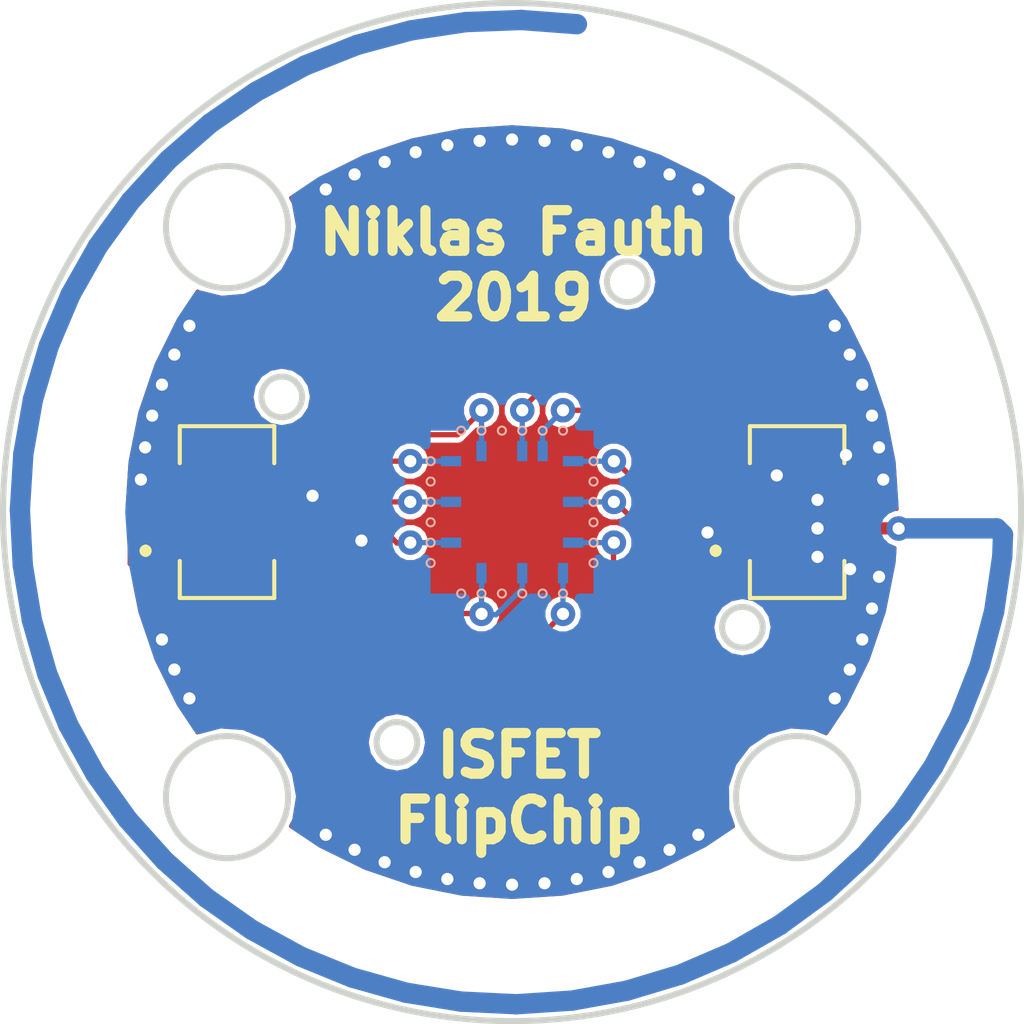
<source format=kicad_pcb>
(kicad_pcb (version 20171130) (host pcbnew 5.0.2-bee76a0~70~ubuntu18.04.1)

  (general
    (thickness 0.6)
    (drawings 19)
    (tracks 212)
    (zones 0)
    (modules 3)
    (nets 16)
  )

  (page A4)
  (layers
    (0 F.Cu signal)
    (31 B.Cu signal)
    (32 B.Adhes user)
    (33 F.Adhes user)
    (34 B.Paste user)
    (35 F.Paste user)
    (36 B.SilkS user)
    (37 F.SilkS user)
    (38 B.Mask user)
    (39 F.Mask user)
    (40 Dwgs.User user)
    (41 Cmts.User user hide)
    (42 Eco1.User user)
    (43 Eco2.User user)
    (44 Edge.Cuts user)
    (45 Margin user)
    (46 B.CrtYd user hide)
    (47 F.CrtYd user hide)
    (48 B.Fab user hide)
    (49 F.Fab user hide)
  )

  (setup
    (last_trace_width 0.13)
    (user_trace_width 0.089)
    (user_trace_width 0.1)
    (user_trace_width 0.2)
    (user_trace_width 0.3)
    (user_trace_width 0.5)
    (user_trace_width 0.8)
    (user_trace_width 1)
    (trace_clearance 0.13)
    (zone_clearance 0.1)
    (zone_45_only no)
    (trace_min 0.089)
    (segment_width 0.2)
    (edge_width 0.15)
    (via_size 0.6)
    (via_drill 0.3)
    (via_min_size 0.45)
    (via_min_drill 0.2)
    (uvia_size 0.3)
    (uvia_drill 0.1)
    (uvias_allowed no)
    (uvia_min_size 0.2)
    (uvia_min_drill 0.1)
    (pcb_text_width 0.3)
    (pcb_text_size 1.5 1.5)
    (mod_edge_width 0.15)
    (mod_text_size 0 0)
    (mod_text_width 0)
    (pad_size 1.3 1.3)
    (pad_drill 1.3)
    (pad_to_mask_clearance 0.051)
    (solder_mask_min_width 0.25)
    (aux_axis_origin 0 0)
    (visible_elements FFFFFF7F)
    (pcbplotparams
      (layerselection 0x018c0_ffffffff)
      (usegerberextensions true)
      (usegerberattributes false)
      (usegerberadvancedattributes false)
      (creategerberjobfile false)
      (excludeedgelayer true)
      (linewidth 0.100000)
      (plotframeref false)
      (viasonmask false)
      (mode 1)
      (useauxorigin false)
      (hpglpennumber 1)
      (hpglpenspeed 20)
      (hpglpendiameter 15.000000)
      (psnegative false)
      (psa4output false)
      (plotreference true)
      (plotvalue true)
      (plotinvisibletext false)
      (padsonsilk false)
      (subtractmaskfromsilk false)
      (outputformat 1)
      (mirror false)
      (drillshape 0)
      (scaleselection 1)
      (outputdirectory "gerber_implant_V1.1"))
  )

  (net 0 "")
  (net 1 GNDD)
  (net 2 REFFET1_D2)
  (net 3 REFFET1_D3)
  (net 4 REFFET1_D4)
  (net 5 ISFET1_D4)
  (net 6 ISFET1_D3)
  (net 7 ISFET1_D2)
  (net 8 ISFET1_D1)
  (net 9 ELEC1)
  (net 10 RF_ANT)
  (net 11 "Net-(J11-Pad7)")
  (net 12 "Net-(J11-Pad8)")
  (net 13 "Net-(J11-Pad1)")
  (net 14 "Net-(J11-Pad5)")
  (net 15 O2_ELEC1)

  (net_class Default "This is the default net class."
    (clearance 0.13)
    (trace_width 0.13)
    (via_dia 0.6)
    (via_drill 0.3)
    (uvia_dia 0.3)
    (uvia_drill 0.1)
    (add_net ELEC1)
    (add_net GNDD)
    (add_net ISFET1_D1)
    (add_net ISFET1_D2)
    (add_net ISFET1_D3)
    (add_net ISFET1_D4)
    (add_net "Net-(J11-Pad1)")
    (add_net "Net-(J11-Pad5)")
    (add_net "Net-(J11-Pad7)")
    (add_net "Net-(J11-Pad8)")
    (add_net O2_ELEC1)
    (add_net REFFET1_D2)
    (add_net REFFET1_D3)
    (add_net REFFET1_D4)
    (add_net RF_ANT)
  )

  (module Sensor_Voltage:ISFET_FC_MIN (layer F.Cu) (tedit 5D1CCC7A) (tstamp 5CE83D9A)
    (at 110 80)
    (fp_text reference REF** (at -1.9 1.7) (layer F.SilkS) hide
      (effects (font (size 1 1) (thickness 0.15)))
    )
    (fp_text value ISFET_FC_MIN (at -0.4 -3.5) (layer F.Fab)
      (effects (font (size 1 1) (thickness 0.15)))
    )
    (fp_circle (center -0.75 2) (end -0.65 2) (layer B.SilkS) (width 0.05))
    (fp_circle (center 0.25 -2) (end 0.35 -2) (layer B.SilkS) (width 0.05))
    (fp_circle (center -1.25 -2) (end -1.15 -2) (layer B.SilkS) (width 0.05))
    (fp_circle (center -0.75 -2) (end -0.65 -2) (layer B.SilkS) (width 0.05))
    (fp_circle (center -0.25 -2) (end -0.15 -2) (layer B.SilkS) (width 0.05))
    (fp_circle (center -2 -1.25) (end -1.9 -1.25) (layer B.SilkS) (width 0.05))
    (fp_circle (center -2 -0.75) (end -1.9 -0.75) (layer B.SilkS) (width 0.05))
    (fp_circle (center 1.25 -2) (end 1.35 -2) (layer B.SilkS) (width 0.05))
    (fp_circle (center 0.75 -2) (end 0.85 -2) (layer B.SilkS) (width 0.05))
    (fp_circle (center -1.25 2) (end -1.15 2) (layer B.SilkS) (width 0.05))
    (fp_circle (center 0.25 2) (end 0.35 2) (layer B.SilkS) (width 0.05))
    (fp_circle (center 2 -1.25) (end 2.1 -1.25) (layer B.SilkS) (width 0.05))
    (fp_circle (center 2 0.25) (end 2.1 0.25) (layer B.SilkS) (width 0.05))
    (fp_circle (center 2 0.75) (end 2.1 0.75) (layer B.SilkS) (width 0.05))
    (fp_circle (center -0.25 2) (end -0.15 2) (layer B.SilkS) (width 0.05))
    (fp_circle (center 1.25 2) (end 1.35 2) (layer B.SilkS) (width 0.05))
    (fp_circle (center 2 -0.75) (end 2.1 -0.75) (layer B.SilkS) (width 0.05))
    (fp_circle (center -2 0.25) (end -1.9 0.25) (layer B.SilkS) (width 0.05))
    (fp_circle (center -2 0.75) (end -1.9 0.75) (layer B.SilkS) (width 0.05))
    (fp_circle (center 2 1.25) (end 2.1 1.25) (layer B.SilkS) (width 0.05))
    (fp_circle (center 2 -0.25) (end 2.1 -0.25) (layer B.SilkS) (width 0.05))
    (fp_circle (center 0.75 2) (end 0.85 2) (layer B.SilkS) (width 0.05))
    (fp_circle (center -2 1.25) (end -1.9 1.25) (layer B.SilkS) (width 0.05))
    (fp_circle (center -2 -0.25) (end -1.9 -0.25) (layer B.SilkS) (width 0.05))
    (pad SUB smd rect (at -0.75 1.5 180) (size 0.25 0.5) (layers B.Cu B.Mask))
    (pad D4m smd rect (at -1.5 -1.25 90) (size 0.25 0.5) (layers B.Cu B.Mask)
      (net 4 REFFET1_D4))
    (pad D1i smd rect (at 1.25 1.5 180) (size 0.25 0.5) (layers B.Cu B.Mask)
      (net 8 ISFET1_D1))
    (pad S smd rect (at 0.25 1.5 180) (size 0.25 0.5) (layers B.Cu B.Mask))
    (pad D2m smd rect (at -1.5 0.75 90) (size 0.25 0.5) (layers B.Cu B.Mask)
      (net 2 REFFET1_D2))
    (pad D4i smd rect (at 1.5 -1.25 90) (size 0.25 0.5) (layers B.Cu B.Mask)
      (net 5 ISFET1_D4))
    (pad ELEC smd rect (at 0.25 -1.5 180) (size 0.25 0.5) (layers B.Cu B.Mask)
      (net 9 ELEC1))
    (pad O2 smd rect (at 0.75 -1.5 180) (size 0.25 0.5) (layers B.Cu B.Mask)
      (net 15 O2_ELEC1))
    (pad D3m smd rect (at -1.5 -0.25 90) (size 0.25 0.5) (layers B.Cu B.Mask)
      (net 3 REFFET1_D3))
    (pad G smd rect (at -0.75 -1.5 180) (size 0.25 0.5) (layers B.Cu B.Mask))
    (pad D2i smd rect (at 1.5 0.75 90) (size 0.25 0.5) (layers B.Cu B.Mask)
      (net 7 ISFET1_D2))
    (pad D3i smd rect (at 1.5 -0.25 90) (size 0.25 0.5) (layers B.Cu B.Mask)
      (net 6 ISFET1_D3))
  )

  (module "DF37NC-10DS-0.4V(51):DF37NC10DS04V51" (layer F.Cu) (tedit 5CF6BEF2) (tstamp 5CF16BCB)
    (at 103 80 270)
    (descr "DF37NC-10DS-0.4V(51)-2")
    (tags Connector)
    (path /5CE23AE6)
    (attr smd)
    (fp_text reference J12 (at 0 0.205 270) (layer F.SilkS) hide
      (effects (font (size 1.27 1.27) (thickness 0.254)))
    )
    (fp_text value Conn_02x05_Odd_Even_MountingPin (at 0 0.205 270) (layer F.SilkS) hide
      (effects (font (size 1.27 1.27) (thickness 0.254)))
    )
    (fp_arc (start 0.95 2) (end 0.9 2) (angle -180) (layer F.SilkS) (width 0.2))
    (fp_arc (start 0.95 2) (end 1 2) (angle -180) (layer F.SilkS) (width 0.2))
    (fp_line (start 0.9 2) (end 0.9 2) (layer F.SilkS) (width 0.2))
    (fp_line (start 1 2) (end 1 2) (layer F.SilkS) (width 0.2))
    (fp_line (start -2.11 1.16) (end -1.2 1.16) (layer F.SilkS) (width 0.1))
    (fp_line (start -2.11 -1.16) (end -2.11 1.16) (layer F.SilkS) (width 0.1))
    (fp_line (start -1.2 -1.16) (end -2.11 -1.16) (layer F.SilkS) (width 0.1))
    (fp_line (start 2.11 1.16) (end 1.2 1.16) (layer F.SilkS) (width 0.1))
    (fp_line (start 2.11 -1.16) (end 2.11 1.16) (layer F.SilkS) (width 0.1))
    (fp_line (start 1.2 -1.16) (end 2.11 -1.16) (layer F.SilkS) (width 0.1))
    (fp_line (start 3.11 3.05) (end 3.11 -2.64) (layer Dwgs.User) (width 0.1))
    (fp_line (start -3.11 3.05) (end 3.11 3.05) (layer Dwgs.User) (width 0.1))
    (fp_line (start -3.11 -2.64) (end -3.11 3.05) (layer Dwgs.User) (width 0.1))
    (fp_line (start 3.11 -2.64) (end -3.11 -2.64) (layer Dwgs.User) (width 0.1))
    (fp_line (start 2.11 1.16) (end 2.11 -1.16) (layer Dwgs.User) (width 0.2))
    (fp_line (start -2.11 1.16) (end 2.11 1.16) (layer Dwgs.User) (width 0.2))
    (fp_line (start -2.11 -1.16) (end -2.11 1.16) (layer Dwgs.User) (width 0.2))
    (fp_line (start 2.11 -1.16) (end -2.11 -1.16) (layer Dwgs.User) (width 0.2))
    (pad 10 smd rect (at -0.8 -1.325 270) (size 0.23 0.63) (layers F.Cu F.Paste F.Mask)
      (net 1 GNDD))
    (pad 9 smd rect (at -0.8 1.325 270) (size 0.23 0.63) (layers F.Cu F.Paste F.Mask))
    (pad 8 smd rect (at -0.4 -1.325 270) (size 0.23 0.63) (layers F.Cu F.Paste F.Mask)
      (net 2 REFFET1_D2))
    (pad 7 smd rect (at -0.4 1.325 270) (size 0.23 0.63) (layers F.Cu F.Paste F.Mask)
      (net 5 ISFET1_D4))
    (pad 6 smd rect (at 0 -1.325 270) (size 0.23 0.63) (layers F.Cu F.Paste F.Mask)
      (net 3 REFFET1_D3))
    (pad 5 smd rect (at 0 1.325 270) (size 0.23 0.63) (layers F.Cu F.Paste F.Mask)
      (net 6 ISFET1_D3))
    (pad 4 smd rect (at 0.4 -1.325 270) (size 0.23 0.63) (layers F.Cu F.Paste F.Mask)
      (net 4 REFFET1_D4))
    (pad 3 smd rect (at 0.4 1.325 270) (size 0.23 0.63) (layers F.Cu F.Paste F.Mask)
      (net 7 ISFET1_D2))
    (pad 2 smd rect (at 0.8 -1.325 270) (size 0.23 0.63) (layers F.Cu F.Paste F.Mask))
    (pad 1 smd rect (at 0.8 1.325 270) (size 0.23 0.63) (layers F.Cu F.Paste F.Mask)
      (net 8 ISFET1_D1))
  )

  (module "DF37NC-10DS-0.4V(51):DF37NC10DS04V51" locked (layer F.Cu) (tedit 5CEC0177) (tstamp 5CEB07AF)
    (at 117 80 270)
    (descr "DF37NC-10DS-0.4V(51)-2")
    (tags Connector)
    (path /5CDD71F8)
    (attr smd)
    (fp_text reference J11 (at 0 0.205 270) (layer F.SilkS) hide
      (effects (font (size 1.27 1.27) (thickness 0.254)))
    )
    (fp_text value Conn_02x05_Odd_Even_MountingPin (at 0 0.205 270) (layer F.SilkS) hide
      (effects (font (size 1.27 1.27) (thickness 0.254)))
    )
    (fp_arc (start 0.95 2) (end 0.9 2) (angle -180) (layer F.SilkS) (width 0.2))
    (fp_arc (start 0.95 2) (end 1 2) (angle -180) (layer F.SilkS) (width 0.2))
    (fp_line (start 0.9 2) (end 0.9 2) (layer F.SilkS) (width 0.2))
    (fp_line (start 1 2) (end 1 2) (layer F.SilkS) (width 0.2))
    (fp_line (start -2.11 1.16) (end -1.2 1.16) (layer F.SilkS) (width 0.1))
    (fp_line (start -2.11 -1.16) (end -2.11 1.16) (layer F.SilkS) (width 0.1))
    (fp_line (start -1.2 -1.16) (end -2.11 -1.16) (layer F.SilkS) (width 0.1))
    (fp_line (start 2.11 1.16) (end 1.2 1.16) (layer F.SilkS) (width 0.1))
    (fp_line (start 2.11 -1.16) (end 2.11 1.16) (layer F.SilkS) (width 0.1))
    (fp_line (start 1.2 -1.16) (end 2.11 -1.16) (layer F.SilkS) (width 0.1))
    (fp_line (start 3.11 3.05) (end 3.11 -2.64) (layer Dwgs.User) (width 0.1))
    (fp_line (start -3.11 3.05) (end 3.11 3.05) (layer Dwgs.User) (width 0.1))
    (fp_line (start -3.11 -2.64) (end -3.11 3.05) (layer Dwgs.User) (width 0.1))
    (fp_line (start 3.11 -2.64) (end -3.11 -2.64) (layer Dwgs.User) (width 0.1))
    (fp_line (start 2.11 1.16) (end 2.11 -1.16) (layer Dwgs.User) (width 0.2))
    (fp_line (start -2.11 1.16) (end 2.11 1.16) (layer Dwgs.User) (width 0.2))
    (fp_line (start -2.11 -1.16) (end -2.11 1.16) (layer Dwgs.User) (width 0.2))
    (fp_line (start 2.11 -1.16) (end -2.11 -1.16) (layer Dwgs.User) (width 0.2))
    (pad 10 smd rect (at -0.8 -1.325 270) (size 0.23 0.63) (layers F.Cu F.Paste F.Mask)
      (net 15 O2_ELEC1))
    (pad 9 smd rect (at -0.8 1.325 270) (size 0.23 0.63) (layers F.Cu F.Paste F.Mask)
      (net 9 ELEC1))
    (pad 8 smd rect (at -0.4 -1.325 270) (size 0.23 0.63) (layers F.Cu F.Paste F.Mask)
      (net 12 "Net-(J11-Pad8)"))
    (pad 7 smd rect (at -0.4 1.325 270) (size 0.23 0.63) (layers F.Cu F.Paste F.Mask)
      (net 11 "Net-(J11-Pad7)"))
    (pad 6 smd rect (at 0 -1.325 270) (size 0.23 0.63) (layers F.Cu F.Paste F.Mask)
      (net 1 GNDD))
    (pad 5 smd rect (at 0 1.325 270) (size 0.23 0.63) (layers F.Cu F.Paste F.Mask)
      (net 14 "Net-(J11-Pad5)"))
    (pad 4 smd rect (at 0.4 -1.325 270) (size 0.23 0.63) (layers F.Cu F.Paste F.Mask)
      (net 10 RF_ANT))
    (pad 3 smd rect (at 0.4 1.325 270) (size 0.23 0.63) (layers F.Cu F.Paste F.Mask)
      (net 1 GNDD))
    (pad 2 smd rect (at 0.8 -1.325 270) (size 0.23 0.63) (layers F.Cu F.Paste F.Mask)
      (net 1 GNDD))
    (pad 1 smd rect (at 0.8 1.325 270) (size 0.23 0.63) (layers F.Cu F.Paste F.Mask)
      (net 13 "Net-(J11-Pad1)"))
  )

  (gr_circle (center 104.343146 77.171573) (end 103.989592 76.818019) (layer Edge.Cuts) (width 0.15) (tstamp 5D516CC6))
  (gr_circle (center 112.828427 74.343146) (end 113.181981 73.989592) (layer Edge.Cuts) (width 0.15) (tstamp 5D516CC6))
  (gr_circle (center 115.656854 82.828427) (end 116.010408 83.181981) (layer Edge.Cuts) (width 0.15) (tstamp 5D516CC6))
  (gr_circle (center 107.171573 85.656854) (end 106.818019 86.010408) (layer Edge.Cuts) (width 0.15) (tstamp 5D516CC6))
  (gr_text "Niklas Fauth\n2019" (at 110.04 73.94) (layer F.SilkS) (tstamp 5CEC3529)
    (effects (font (size 1 1) (thickness 0.25)))
  )
  (gr_circle (center 117 87) (end 117 88.5) (layer Edge.Cuts) (width 0.15) (tstamp 5D5169B9))
  (gr_circle (center 103 87) (end 103 88.5) (layer Edge.Cuts) (width 0.15) (tstamp 5D5169B8))
  (gr_circle (center 117 73) (end 117 74.5) (layer Edge.Cuts) (width 0.15) (tstamp 5D5169B7))
  (gr_circle (center 103 73) (end 103 74.5) (layer Edge.Cuts) (width 0.15) (tstamp 5D5169B6))
  (gr_circle (center 109.325 79.325) (end 109.825 79.325) (layer Eco2.User) (width 0.05) (tstamp 5D1CD0E7))
  (gr_circle (center 110.675 79.325) (end 111.175 79.325) (layer Eco2.User) (width 0.05) (tstamp 5D1CD0E6))
  (gr_circle (center 110.675 80.675) (end 111.175 80.675) (layer Eco2.User) (width 0.05) (tstamp 5D1CD0E5))
  (gr_line (start 111.025 81.025) (end 111.025 78.975) (layer Eco2.User) (width 0.05) (tstamp 5D1CD0E4))
  (gr_line (start 108.975 81.025) (end 111.025 81.025) (layer Eco2.User) (width 0.05) (tstamp 5D1CD0E3))
  (gr_circle (center 109.325 80.675) (end 109.825 80.675) (layer Eco2.User) (width 0.05) (tstamp 5D1CD0E2))
  (gr_line (start 111.025 78.975) (end 108.975 78.975) (layer Eco2.User) (width 0.05) (tstamp 5D1CD0E1))
  (gr_line (start 108.975 78.975) (end 108.975 81.025) (layer Eco2.User) (width 0.05) (tstamp 5D1CD0E0))
  (gr_text "ISFET\nFlipChip" (at 110.17 86.78) (layer F.SilkS) (tstamp 5CE83DBD)
    (effects (font (size 1 1) (thickness 0.25)))
  )
  (gr_arc (start 110 80) (end 118.034845 70.424443) (angle 360) (layer Edge.Cuts) (width 0.15))

  (via (at 109.25 77.5) (size 0.6) (drill 0.3) (layers F.Cu B.Cu) (net 0))
  (segment (start 109.25 78.5) (end 109.25 77.5) (width 0.13) (layer B.Cu) (net 0))
  (via (at 109.25 82.5) (size 0.6) (drill 0.3) (layers F.Cu B.Cu) (net 0))
  (segment (start 109.25 81.5) (end 109.25 82.5) (width 0.13) (layer B.Cu) (net 0))
  (segment (start 110.25 81.88) (end 109.61 82.52) (width 0.13) (layer B.Cu) (net 0))
  (segment (start 110.25 81.5) (end 110.25 81.88) (width 0.13) (layer B.Cu) (net 0))
  (segment (start 109.61 82.52) (end 109.28 82.52) (width 0.13) (layer B.Cu) (net 0))
  (segment (start 104.04698 82.49) (end 109.32 82.49) (width 0.13) (layer F.Cu) (net 0))
  (segment (start 102.36962 80.81264) (end 104.04698 82.49) (width 0.13) (layer F.Cu) (net 0))
  (segment (start 102.36962 79.44962) (end 102.36962 80.81264) (width 0.13) (layer F.Cu) (net 0))
  (segment (start 101.675 79.2) (end 102.12 79.2) (width 0.13) (layer F.Cu) (net 0))
  (segment (start 102.12 79.2) (end 102.36962 79.44962) (width 0.13) (layer F.Cu) (net 0))
  (segment (start 103.55318 78.1) (end 108.66 78.1) (width 0.13) (layer F.Cu) (net 0))
  (segment (start 103.88 80.8) (end 102.99954 79.91954) (width 0.13) (layer F.Cu) (net 0))
  (segment (start 108.66 78.1) (end 109.26 77.5) (width 0.13) (layer F.Cu) (net 0))
  (segment (start 104.325 80.8) (end 103.88 80.8) (width 0.13) (layer F.Cu) (net 0))
  (segment (start 102.99954 78.65364) (end 103.55318 78.1) (width 0.13) (layer F.Cu) (net 0))
  (segment (start 102.99954 79.91954) (end 102.99954 78.65364) (width 0.13) (layer F.Cu) (net 0))
  (via (at 110.797475 89.115181) (size 0.6) (drill 0.3) (layers F.Cu B.Cu) (net 1) (tstamp 5CF75186))
  (via (at 111.588881 89.01099) (size 0.6) (drill 0.3) (layers F.Cu B.Cu) (net 1) (tstamp 5CF75186))
  (via (at 112.368194 88.83822) (size 0.6) (drill 0.3) (layers F.Cu B.Cu) (net 1) (tstamp 5CF75186))
  (via (at 113.129484 88.598186) (size 0.6) (drill 0.3) (layers F.Cu B.Cu) (net 1) (tstamp 5CF75186))
  (via (at 114.575 87.924131) (size 0.6) (drill 0.3) (layers F.Cu B.Cu) (net 1) (tstamp 5CF751B8))
  (via (at 113.866957 88.292715) (size 0.6) (drill 0.3) (layers F.Cu B.Cu) (net 1) (tstamp 5CF751B6))
  (via (at 117.92413 84.574999) (size 0.6) (drill 0.3) (layers F.Cu B.Cu) (net 1) (tstamp 5CF751B4))
  (via (at 118.292714 83.866956) (size 0.6) (drill 0.3) (layers F.Cu B.Cu) (net 1) (tstamp 5CF751B5))
  (via (at 118.598185 83.129483) (size 0.6) (drill 0.3) (layers F.Cu B.Cu) (net 1) (tstamp 5CF751B7))
  (via (at 118.598183 76.870516) (size 0.6) (drill 0.3) (layers F.Cu B.Cu) (net 1) (tstamp 5CF751B4))
  (via (at 118.292712 76.133044) (size 0.6) (drill 0.3) (layers F.Cu B.Cu) (net 1) (tstamp 5CF751B5))
  (via (at 117.924128 75.425001) (size 0.6) (drill 0.3) (layers F.Cu B.Cu) (net 1) (tstamp 5CF751B7))
  (via (at 118.838217 77.631806) (size 0.6) (drill 0.3) (layers F.Cu B.Cu) (net 1) (tstamp 5CF751B8))
  (via (at 119.010987 78.411119) (size 0.6) (drill 0.3) (layers F.Cu B.Cu) (net 1) (tstamp 5CF751B6))
  (via (at 114.574998 72.075871) (size 0.6) (drill 0.3) (layers F.Cu B.Cu) (net 1) (tstamp 5CF75277))
  (via (at 112.368193 71.161782) (size 0.6) (drill 0.3) (layers F.Cu B.Cu) (net 1) (tstamp 5CF75278))
  (via (at 111.58888 70.989012) (size 0.6) (drill 0.3) (layers F.Cu B.Cu) (net 1) (tstamp 5CF75279))
  (via (at 113.129483 71.401816) (size 0.6) (drill 0.3) (layers F.Cu B.Cu) (net 1) (tstamp 5CF7527A))
  (via (at 113.866955 71.707287) (size 0.6) (drill 0.3) (layers F.Cu B.Cu) (net 1) (tstamp 5CF7527B))
  (via (at 110.797474 70.884822) (size 0.6) (drill 0.3) (layers F.Cu B.Cu) (net 1) (tstamp 5CF75277))
  (via (at 108.411119 70.989014) (size 0.6) (drill 0.3) (layers F.Cu B.Cu) (net 1) (tstamp 5CF75278))
  (via (at 107.631806 71.161784) (size 0.6) (drill 0.3) (layers F.Cu B.Cu) (net 1) (tstamp 5CF75279))
  (via (at 109.202524 70.884823) (size 0.6) (drill 0.3) (layers F.Cu B.Cu) (net 1) (tstamp 5CF7527A))
  (via (at 109.999999 70.850004) (size 0.6) (drill 0.3) (layers F.Cu B.Cu) (net 1) (tstamp 5CF7527B))
  (via (at 106.870516 71.401818) (size 0.6) (drill 0.3) (layers F.Cu B.Cu) (net 1) (tstamp 5CF75277))
  (via (at 105.425002 72.075873) (size 0.6) (drill 0.3) (layers F.Cu B.Cu) (net 1) (tstamp 5CF7527A))
  (via (at 106.133044 71.707289) (size 0.6) (drill 0.3) (layers F.Cu B.Cu) (net 1) (tstamp 5CF7527B))
  (via (at 102.075872 75.425003) (size 0.6) (drill 0.3) (layers F.Cu B.Cu) (net 1) (tstamp 5CF7538C))
  (via (at 101.707288 76.133046) (size 0.6) (drill 0.3) (layers F.Cu B.Cu) (net 1) (tstamp 5CF7538E))
  (via (at 102.075875 84.574997) (size 0.6) (drill 0.3) (layers F.Cu B.Cu) (net 1) (tstamp 5CF7538A))
  (via (at 101.40182 83.129483) (size 0.6) (drill 0.3) (layers F.Cu B.Cu) (net 1) (tstamp 5CF7538B))
  (via (at 101.707291 83.866955) (size 0.6) (drill 0.3) (layers F.Cu B.Cu) (net 1) (tstamp 5CF7538D))
  (via (at 105.425005 87.924127) (size 0.6) (drill 0.3) (layers F.Cu B.Cu) (net 1) (tstamp 5CF7538C))
  (via (at 106.133047 88.29271) (size 0.6) (drill 0.3) (layers F.Cu B.Cu) (net 1) (tstamp 5CF7538E))
  (via (at 106.870519 88.598181) (size 0.6) (drill 0.3) (layers F.Cu B.Cu) (net 1) (tstamp 5CF75486))
  (via (at 107.631808 88.838215) (size 0.6) (drill 0.3) (layers F.Cu B.Cu) (net 1) (tstamp 5CF75486))
  (via (at 108.411121 89.010984) (size 0.6) (drill 0.3) (layers F.Cu B.Cu) (net 1) (tstamp 5CF75486))
  (via (at 109.202526 89.115174) (size 0.6) (drill 0.3) (layers F.Cu B.Cu) (net 1) (tstamp 5CF75486))
  (via (at 118.838219 82.368193) (size 0.6) (drill 0.3) (layers F.Cu B.Cu) (net 1) (tstamp 5CF754B7))
  (via (at 119.010989 81.58888) (size 0.6) (drill 0.3) (layers F.Cu B.Cu) (net 1) (tstamp 5CF754B7))
  (via (at 119.115178 79.202524) (size 0.6) (drill 0.3) (layers F.Cu B.Cu) (net 1) (tstamp 5CF754B7))
  (via (at 101.401817 76.870518) (size 0.6) (drill 0.3) (layers F.Cu B.Cu) (net 1) (tstamp 5CF754C4))
  (via (at 101.161783 77.631808) (size 0.6) (drill 0.3) (layers F.Cu B.Cu) (net 1) (tstamp 5CF754C4))
  (via (at 100.989014 78.411121) (size 0.6) (drill 0.3) (layers F.Cu B.Cu) (net 1) (tstamp 5CF754C4))
  (via (at 100.884824 79.202526) (size 0.6) (drill 0.3) (layers F.Cu B.Cu) (net 1) (tstamp 5CF754C4))
  (via (at 110 89.15) (size 0.6) (drill 0.3) (layers F.Cu B.Cu) (net 1))
  (via (at 118.3 81.4) (size 0.6) (drill 0.3) (layers F.Cu B.Cu) (net 1))
  (via (at 117.5 80.4) (size 0.6) (drill 0.3) (layers F.Cu B.Cu) (net 1))
  (via (at 117.5 80.4) (size 0.6) (drill 0.3) (layers F.Cu B.Cu) (net 1) (tstamp 5CF7552D))
  (via (at 117.5 80.4) (size 0.6) (drill 0.3) (layers F.Cu B.Cu) (net 1))
  (via (at 117.5 81.1) (size 0.6) (drill 0.3) (layers F.Cu B.Cu) (net 1))
  (via (at 118.2 78.6) (size 0.6) (drill 0.3) (layers F.Cu B.Cu) (net 1))
  (via (at 116.5 79.1) (size 0.6) (drill 0.3) (layers F.Cu B.Cu) (net 1))
  (via (at 114.8 80.5) (size 0.6) (drill 0.3) (layers F.Cu B.Cu) (net 1))
  (via (at 105.1 79.6) (size 0.6) (drill 0.3) (layers F.Cu B.Cu) (net 1))
  (via (at 106.3 80.7) (size 0.6) (drill 0.3) (layers F.Cu B.Cu) (net 1))
  (via (at 117.500025 79.700025) (size 0.6) (drill 0.3) (layers F.Cu B.Cu) (net 1))
  (via (at 107.5 80.75) (size 0.6) (drill 0.3) (layers F.Cu B.Cu) (net 2))
  (segment (start 108.5 80.75) (end 107.5 80.75) (width 0.13) (layer B.Cu) (net 2))
  (segment (start 103.866311 78.889999) (end 105.303459 78.889999) (width 0.13) (layer F.Cu) (net 2))
  (segment (start 103.88 79.6) (end 103.814999 79.534999) (width 0.13) (layer F.Cu) (net 2))
  (segment (start 105.303459 78.889999) (end 107.17346 80.76) (width 0.13) (layer F.Cu) (net 2))
  (segment (start 103.814999 79.534999) (end 103.814999 78.941311) (width 0.13) (layer F.Cu) (net 2))
  (segment (start 103.814999 78.941311) (end 103.866311 78.889999) (width 0.13) (layer F.Cu) (net 2))
  (segment (start 107.52 80.76) (end 107.53 80.77) (width 0.13) (layer F.Cu) (net 2))
  (segment (start 107.17346 80.76) (end 107.52 80.76) (width 0.13) (layer F.Cu) (net 2))
  (segment (start 104.325 79.6) (end 103.88 79.6) (width 0.13) (layer F.Cu) (net 2))
  (segment (start 108.5 79.75) (end 107.25 79.75) (width 0.13) (layer B.Cu) (net 3))
  (via (at 107.5 79.75) (size 0.6) (drill 0.3) (layers F.Cu B.Cu) (net 3))
  (segment (start 107.25 79.75) (end 107.5 79.75) (width 0.13) (layer B.Cu) (net 3))
  (segment (start 103.554988 79.674988) (end 103.554988 78.833612) (width 0.13) (layer F.Cu) (net 3))
  (segment (start 103.554988 78.833612) (end 103.758612 78.629988) (width 0.13) (layer F.Cu) (net 3))
  (segment (start 106.531168 79.75) (end 107.59 79.75) (width 0.13) (layer F.Cu) (net 3))
  (segment (start 105.411156 78.629988) (end 106.531168 79.75) (width 0.13) (layer F.Cu) (net 3))
  (segment (start 103.758612 78.629988) (end 105.411156 78.629988) (width 0.13) (layer F.Cu) (net 3))
  (segment (start 104.325 80) (end 103.88 80) (width 0.13) (layer F.Cu) (net 3))
  (segment (start 103.88 80) (end 103.554988 79.674988) (width 0.13) (layer F.Cu) (net 3))
  (via (at 107.5 78.75) (size 0.6) (drill 0.3) (layers F.Cu B.Cu) (net 4))
  (segment (start 108.5 78.75) (end 107.5 78.75) (width 0.13) (layer B.Cu) (net 4))
  (segment (start 107.49 78.75) (end 107.52 78.72) (width 0.13) (layer F.Cu) (net 4))
  (segment (start 105.898878 78.75) (end 107.49 78.75) (width 0.13) (layer F.Cu) (net 4))
  (segment (start 104.325 80.4) (end 103.88 80.4) (width 0.13) (layer F.Cu) (net 4))
  (segment (start 103.88 80.4) (end 103.294977 79.814977) (width 0.13) (layer F.Cu) (net 4))
  (segment (start 105.518855 78.369977) (end 105.898878 78.75) (width 0.13) (layer F.Cu) (net 4))
  (segment (start 103.294977 78.725913) (end 103.650913 78.369977) (width 0.13) (layer F.Cu) (net 4))
  (segment (start 103.650913 78.369977) (end 105.518855 78.369977) (width 0.13) (layer F.Cu) (net 4))
  (segment (start 103.294977 79.814977) (end 103.294977 78.725913) (width 0.13) (layer F.Cu) (net 4))
  (via (at 112.5 78.75) (size 0.6) (drill 0.3) (layers F.Cu B.Cu) (net 5))
  (segment (start 111.5 78.75) (end 112.5 78.75) (width 0.13) (layer B.Cu) (net 5))
  (segment (start 100.62371 80.20629) (end 100.62371 81.265779) (width 0.13) (layer F.Cu) (net 5))
  (segment (start 100.62371 81.265779) (end 103.147951 83.79002) (width 0.13) (layer F.Cu) (net 5))
  (segment (start 103.147951 83.79002) (end 111.535401 83.79002) (width 0.13) (layer F.Cu) (net 5))
  (segment (start 111.687711 83.637709) (end 113.255012 82.070407) (width 0.13) (layer F.Cu) (net 5))
  (segment (start 101.23 79.6) (end 100.62371 80.20629) (width 0.13) (layer F.Cu) (net 5))
  (segment (start 113.255011 79.465011) (end 112.52 78.73) (width 0.13) (layer F.Cu) (net 5))
  (segment (start 113.255012 82.070407) (end 113.255011 79.465011) (width 0.13) (layer F.Cu) (net 5))
  (segment (start 101.675 79.6) (end 101.23 79.6) (width 0.13) (layer F.Cu) (net 5))
  (segment (start 111.535401 83.79002) (end 111.687711 83.637709) (width 0.13) (layer F.Cu) (net 5))
  (via (at 112.5 79.75) (size 0.6) (drill 0.3) (layers F.Cu B.Cu) (net 6))
  (segment (start 111.5 79.75) (end 112.5 79.75) (width 0.13) (layer B.Cu) (net 6))
  (segment (start 100.883721 81.157431) (end 103.256301 83.530011) (width 0.13) (layer F.Cu) (net 6))
  (segment (start 101.675 80) (end 101.23 80) (width 0.13) (layer F.Cu) (net 6))
  (segment (start 112.995001 81.962707) (end 112.995001 80.205001) (width 0.13) (layer F.Cu) (net 6))
  (segment (start 101.23 80) (end 100.883721 80.346279) (width 0.13) (layer F.Cu) (net 6))
  (segment (start 111.580011 83.377699) (end 112.995001 81.962707) (width 0.13) (layer F.Cu) (net 6))
  (segment (start 111.4277 83.530011) (end 111.580011 83.377699) (width 0.13) (layer F.Cu) (net 6))
  (segment (start 112.995001 80.205001) (end 112.5 79.71) (width 0.13) (layer F.Cu) (net 6))
  (segment (start 103.256301 83.530011) (end 111.4277 83.530011) (width 0.13) (layer F.Cu) (net 6))
  (segment (start 100.883721 80.346279) (end 100.883721 81.157431) (width 0.13) (layer F.Cu) (net 6))
  (via (at 112.5 80.75) (size 0.6) (drill 0.3) (layers F.Cu B.Cu) (net 7))
  (segment (start 111.5 80.75) (end 112.5 80.75) (width 0.13) (layer B.Cu) (net 7))
  (segment (start 112.49 82.1) (end 112.49 80.79) (width 0.13) (layer F.Cu) (net 7))
  (segment (start 101.23 80.4) (end 101.15042 80.47958) (width 0.13) (layer F.Cu) (net 7))
  (segment (start 101.15042 81.056422) (end 103.363998 83.27) (width 0.13) (layer F.Cu) (net 7))
  (segment (start 101.675 80.4) (end 101.23 80.4) (width 0.13) (layer F.Cu) (net 7))
  (segment (start 101.15042 80.47958) (end 101.15042 81.056422) (width 0.13) (layer F.Cu) (net 7))
  (segment (start 103.363998 83.27) (end 111.32 83.27) (width 0.13) (layer F.Cu) (net 7))
  (segment (start 111.32 83.27) (end 112.49 82.1) (width 0.13) (layer F.Cu) (net 7))
  (segment (start 101.675 80.8) (end 101.675 81.18736) (width 0.13) (layer F.Cu) (net 8))
  (segment (start 101.675 81.18736) (end 102.03434 81.5467) (width 0.13) (layer F.Cu) (net 8))
  (via (at 111.25 82.5) (size 0.6) (drill 0.3) (layers F.Cu B.Cu) (net 8))
  (segment (start 111.25 81.5) (end 111.25 82.5) (width 0.13) (layer B.Cu) (net 8))
  (segment (start 102.03434 81.5467) (end 102.03434 81.572634) (width 0.13) (layer F.Cu) (net 8))
  (segment (start 103.456707 82.995001) (end 110.754999 82.995001) (width 0.13) (layer F.Cu) (net 8))
  (segment (start 102.03434 81.572634) (end 103.456707 82.995001) (width 0.13) (layer F.Cu) (net 8))
  (segment (start 110.754999 82.995001) (end 111.24 82.51) (width 0.13) (layer F.Cu) (net 8))
  (segment (start 115.675 79.2) (end 115.475 79.2) (width 0.13) (layer F.Cu) (net 9))
  (segment (start 115.475 79.2) (end 114.86768 78.59268) (width 0.13) (layer F.Cu) (net 9))
  (via (at 110.25 77.5) (size 0.6) (drill 0.3) (layers F.Cu B.Cu) (net 9))
  (segment (start 110.25 78.5) (end 110.25 77.5) (width 0.13) (layer B.Cu) (net 9))
  (segment (start 113.245 76.97) (end 110.74 76.97) (width 0.13) (layer F.Cu) (net 9))
  (segment (start 114.86768 78.59268) (end 113.245 76.97) (width 0.13) (layer F.Cu) (net 9))
  (segment (start 110.74 76.97) (end 110.23 77.48) (width 0.13) (layer F.Cu) (net 9))
  (segment (start 107.510802 68.172774) (end 108.862664 67.967302) (width 0.5) (layer B.Cu) (net 10))
  (segment (start 104.919532 69.033312) (end 106.190786 68.529636) (width 0.5) (layer B.Cu) (net 10))
  (segment (start 103.71331 69.677359) (end 104.919532 69.033312) (width 0.5) (layer B.Cu) (net 10))
  (segment (start 101.556681 71.351893) (end 102.587558 70.453531) (width 0.5) (layer B.Cu) (net 10))
  (segment (start 100.633873 72.360954) (end 101.556681 71.351893) (width 0.5) (layer B.Cu) (net 10))
  (segment (start 99.830949 73.467789) (end 100.633873 72.360954) (width 0.5) (layer B.Cu) (net 10))
  (segment (start 121.485263 83.764049) (end 120.986591 85.037275) (width 0.5) (layer B.Cu) (net 10))
  (segment (start 106.190786 68.529636) (end 107.510802 68.172774) (width 0.5) (layer B.Cu) (net 10))
  (segment (start 116.572173 90.143268) (end 116.462108 90.206043) (width 0.5) (layer B.Cu) (net 10))
  (segment (start 118.681263 88.409222) (end 117.675836 89.335999) (width 0.5) (layer B.Cu) (net 10))
  (segment (start 120.347301 86.246015) (end 119.57556 87.374821) (width 0.5) (layer B.Cu) (net 10))
  (segment (start 115.384387 90.820709) (end 114.12768 91.359649) (width 0.5) (layer B.Cu) (net 10))
  (segment (start 103.610272 90.259177) (end 102.492339 89.471767) (width 0.5) (layer B.Cu) (net 10))
  (segment (start 108.862664 67.967302) (end 110.229084 67.915842) (width 0.5) (layer B.Cu) (net 10))
  (segment (start 107.392489 91.801704) (end 106.076115 91.431644) (width 0.5) (layer B.Cu) (net 10))
  (segment (start 119.49 80.4) (end 121.9 80.4) (width 0.5) (layer B.Cu) (net 10))
  (segment (start 99.105241 85.232933) (end 98.583879 83.968821) (width 0.5) (layer B.Cu) (net 10))
  (segment (start 116.462108 90.206043) (end 115.384387 90.820709) (width 0.5) (layer B.Cu) (net 10))
  (segment (start 110.108076 92.085845) (end 108.742229 92.020705) (width 0.5) (layer B.Cu) (net 10))
  (segment (start 121.836925 82.442645) (end 121.485263 83.764049) (width 0.5) (layer B.Cu) (net 10))
  (segment (start 97.998006 78.574696) (end 98.235812 77.228138) (width 0.5) (layer B.Cu) (net 10))
  (segment (start 117.675836 89.335999) (end 116.572173 90.143268) (width 0.5) (layer B.Cu) (net 10))
  (segment (start 98.624197 75.917052) (end 99.158188 74.658234) (width 0.5) (layer B.Cu) (net 10))
  (segment (start 120.986591 85.037275) (end 120.347301 86.246015) (width 0.5) (layer B.Cu) (net 10))
  (segment (start 99.766049 86.430055) (end 99.105241 85.232933) (width 0.5) (layer B.Cu) (net 10))
  (segment (start 112.818137 91.753189) (end 111.472529 91.996291) (width 0.5) (layer B.Cu) (net 10))
  (segment (start 122.055115 80.555116) (end 122.037079 81.089981) (width 0.5) (layer B.Cu) (net 10))
  (segment (start 111.472529 91.996291) (end 110.108076 92.085845) (width 0.5) (layer B.Cu) (net 10))
  (segment (start 106.076115 91.431644) (end 104.809975 90.915264) (width 0.5) (layer B.Cu) (net 10))
  (segment (start 108.742229 92.020705) (end 107.392489 91.801704) (width 0.5) (layer B.Cu) (net 10))
  (segment (start 119.57556 87.374821) (end 118.681263 88.409222) (width 0.5) (layer B.Cu) (net 10))
  (segment (start 104.809975 90.915264) (end 103.610272 90.259177) (width 0.5) (layer B.Cu) (net 10))
  (segment (start 101.470503 88.56312) (end 100.557846 87.544871) (width 0.5) (layer B.Cu) (net 10))
  (segment (start 110.229084 67.915842) (end 111.59257 68.019054) (width 0.5) (layer B.Cu) (net 10))
  (segment (start 98.235812 77.228138) (end 98.624197 75.917052) (width 0.5) (layer B.Cu) (net 10))
  (segment (start 102.492339 89.471767) (end 101.470503 88.56312) (width 0.5) (layer B.Cu) (net 10))
  (segment (start 121.9 80.4) (end 122.055115 80.555116) (width 0.5) (layer B.Cu) (net 10))
  (segment (start 122.037079 81.089981) (end 121.836925 82.442645) (width 0.5) (layer B.Cu) (net 10))
  (segment (start 100.557846 87.544871) (end 99.766049 86.430055) (width 0.5) (layer B.Cu) (net 10))
  (segment (start 98.208647 82.653933) (end 97.984335 81.305055) (width 0.5) (layer B.Cu) (net 10))
  (segment (start 98.583879 83.968821) (end 98.208647 82.653933) (width 0.5) (layer B.Cu) (net 10))
  (segment (start 97.984335 81.305055) (end 97.913822 79.939489) (width 0.5) (layer B.Cu) (net 10))
  (segment (start 97.913822 79.939489) (end 97.998006 78.574696) (width 0.5) (layer B.Cu) (net 10))
  (segment (start 102.587558 70.453531) (end 103.71331 69.677359) (width 0.5) (layer B.Cu) (net 10))
  (segment (start 114.12768 91.359649) (end 112.818137 91.753189) (width 0.5) (layer B.Cu) (net 10))
  (segment (start 99.158188 74.658234) (end 99.830949 73.467789) (width 0.5) (layer B.Cu) (net 10))
  (via (at 119.49176 80.4037) (size 0.6) (drill 0.3) (layers F.Cu B.Cu) (net 10))
  (segment (start 118.325 80.4) (end 119.48806 80.4) (width 0.3) (layer F.Cu) (net 10))
  (segment (start 119.48806 80.4) (end 119.49176 80.4037) (width 0.3) (layer F.Cu) (net 10))
  (via (at 111.25 77.5) (size 0.6) (drill 0.3) (layers F.Cu B.Cu) (net 15))
  (segment (start 110.75 78.5) (end 110.75 78) (width 0.13) (layer B.Cu) (net 15))
  (segment (start 110.75 78) (end 111.25 77.5) (width 0.13) (layer B.Cu) (net 15))
  (segment (start 112.69 77.5) (end 111.28 77.5) (width 0.13) (layer F.Cu) (net 15))
  (segment (start 113.96 78.77) (end 112.69 77.5) (width 0.13) (layer F.Cu) (net 15))
  (segment (start 113.96 80.392602) (end 113.96 78.77) (width 0.13) (layer F.Cu) (net 15))
  (segment (start 117.3 79.2) (end 116.6 79.9) (width 0.13) (layer F.Cu) (net 15))
  (segment (start 118.325 79.2) (end 117.3 79.2) (width 0.13) (layer F.Cu) (net 15))
  (segment (start 116.6 79.9) (end 116.6 80.656002) (width 0.13) (layer F.Cu) (net 15))
  (segment (start 116.6 80.656002) (end 116.146001 81.110001) (width 0.13) (layer F.Cu) (net 15))
  (segment (start 116.146001 81.110001) (end 114.677399 81.110001) (width 0.13) (layer F.Cu) (net 15))
  (segment (start 114.677399 81.110001) (end 113.96 80.392602) (width 0.13) (layer F.Cu) (net 15))

  (zone (net 1) (net_name GNDD) (layer F.Cu) (tstamp 5D516E11) (hatch edge 0.508)
    (connect_pads (clearance 0.1))
    (min_thickness 0.1)
    (fill yes (arc_segments 16) (thermal_gap 0.1) (thermal_bridge_width 0.3) (smoothing fillet) (radius 9.5))
    (polygon
      (pts
        (xy 119.5 89.5) (xy 119.5 70.5) (xy 100.5 70.5) (xy 100.5 89.5)
      )
    )
    (filled_polygon
      (pts
        (xy 111.23346 70.630953) (xy 112.445808 70.872104) (xy 113.61632 71.269438) (xy 114.724952 71.816156) (xy 115.424441 72.283539)
        (xy 115.276484 72.727022) (xy 115.280984 73.300016) (xy 115.470845 73.84066) (xy 115.825593 74.290656) (xy 116.306977 74.601482)
        (xy 116.863089 74.739621) (xy 117.433964 74.690178) (xy 117.711163 74.56763) (xy 118.183844 75.275048) (xy 118.730562 76.38368)
        (xy 119.127896 77.554192) (xy 119.369047 78.76654) (xy 119.444892 79.9237) (xy 119.396282 79.9237) (xy 119.219862 79.996775)
        (xy 119.146637 80.07) (xy 118.765 80.07) (xy 118.7525 80.0575) (xy 118.425 80.0575) (xy 118.425 80.07)
        (xy 118.292498 80.07) (xy 118.225 80.083426) (xy 118.225 80.0575) (xy 117.8975 80.0575) (xy 117.86 80.095)
        (xy 117.86 80.144837) (xy 117.870398 80.16994) (xy 117.840444 80.214768) (xy 117.826474 80.285) (xy 117.826474 80.515)
        (xy 117.840444 80.585232) (xy 117.870398 80.63006) (xy 117.86 80.655163) (xy 117.86 80.705) (xy 117.8975 80.7425)
        (xy 118.225 80.7425) (xy 118.225 80.716574) (xy 118.292498 80.73) (xy 118.425 80.73) (xy 118.425 80.7425)
        (xy 118.7525 80.7425) (xy 118.765 80.73) (xy 119.139237 80.73) (xy 119.219862 80.810625) (xy 119.392086 80.881962)
        (xy 119.369047 81.23346) (xy 119.127896 82.445808) (xy 118.730562 83.61632) (xy 118.183844 84.724952) (xy 117.71143 85.43197)
        (xy 117.407362 85.303214) (xy 116.835781 85.262744) (xy 116.281907 85.409601) (xy 115.805465 85.72795) (xy 115.457829 86.183462)
        (xy 115.276484 86.727022) (xy 115.280984 87.300016) (xy 115.426699 87.714952) (xy 114.724952 88.183844) (xy 113.61632 88.730562)
        (xy 112.445808 89.127896) (xy 111.23346 89.369047) (xy 110 89.449893) (xy 108.76654 89.369047) (xy 107.554192 89.127896)
        (xy 106.38368 88.730562) (xy 105.275048 88.183844) (xy 104.570975 87.713398) (xy 104.650919 87.565236) (xy 104.745 87)
        (xy 104.744785 86.972591) (xy 104.641837 86.408902) (xy 104.361851 85.908952) (xy 104.08039 85.656854) (xy 106.426572 85.656854)
        (xy 106.483282 85.941954) (xy 106.644778 86.183649) (xy 106.886473 86.345145) (xy 107.171573 86.401855) (xy 107.456673 86.345145)
        (xy 107.698368 86.183649) (xy 107.859864 85.941954) (xy 107.916574 85.656854) (xy 107.859864 85.371754) (xy 107.698368 85.130059)
        (xy 107.456673 84.968563) (xy 107.171573 84.911853) (xy 106.886473 84.968563) (xy 106.644778 85.130059) (xy 106.483282 85.371754)
        (xy 106.426572 85.656854) (xy 104.08039 85.656854) (xy 103.935018 85.526648) (xy 103.407362 85.303214) (xy 102.835781 85.262744)
        (xy 102.281907 85.409601) (xy 102.27618 85.413428) (xy 101.816156 84.724952) (xy 101.269438 83.61632) (xy 100.872104 82.445808)
        (xy 100.726809 81.715359) (xy 102.957648 83.946199) (xy 102.971316 83.966655) (xy 103.051859 84.020471) (xy 103.052357 84.020804)
        (xy 103.147951 84.039819) (xy 103.172077 84.03502) (xy 111.511275 84.03502) (xy 111.535401 84.039819) (xy 111.559526 84.03502)
        (xy 111.559527 84.03502) (xy 111.630995 84.020804) (xy 111.712036 83.966655) (xy 111.725705 83.946198) (xy 111.878012 83.793889)
        (xy 112.843474 82.828427) (xy 114.911853 82.828427) (xy 114.968563 83.113527) (xy 115.130059 83.355222) (xy 115.371754 83.516718)
        (xy 115.656854 83.573428) (xy 115.941954 83.516718) (xy 116.183649 83.355222) (xy 116.345145 83.113527) (xy 116.401855 82.828427)
        (xy 116.345145 82.543327) (xy 116.183649 82.301632) (xy 115.941954 82.140136) (xy 115.656854 82.083426) (xy 115.371754 82.140136)
        (xy 115.130059 82.301632) (xy 114.968563 82.543327) (xy 114.911853 82.828427) (xy 112.843474 82.828427) (xy 113.411194 82.260707)
        (xy 113.431647 82.247041) (xy 113.466023 82.195593) (xy 113.485796 82.166001) (xy 113.504811 82.070407) (xy 113.500012 82.046281)
        (xy 113.50001 79.489142) (xy 113.50481 79.465011) (xy 113.485795 79.369417) (xy 113.445312 79.308829) (xy 113.445309 79.308826)
        (xy 113.431645 79.288376) (xy 113.411195 79.274712) (xy 112.98 78.843518) (xy 112.98 78.654522) (xy 112.906925 78.478102)
        (xy 112.771898 78.343075) (xy 112.595478 78.27) (xy 112.404522 78.27) (xy 112.228102 78.343075) (xy 112.093075 78.478102)
        (xy 112.02 78.654522) (xy 112.02 78.845478) (xy 112.093075 79.021898) (xy 112.228102 79.156925) (xy 112.404522 79.23)
        (xy 112.595478 79.23) (xy 112.650661 79.207143) (xy 113.010011 79.566494) (xy 113.010011 79.87353) (xy 112.98 79.843518)
        (xy 112.98 79.654522) (xy 112.906925 79.478102) (xy 112.771898 79.343075) (xy 112.595478 79.27) (xy 112.404522 79.27)
        (xy 112.228102 79.343075) (xy 112.093075 79.478102) (xy 112.02 79.654522) (xy 112.02 79.845478) (xy 112.093075 80.021898)
        (xy 112.228102 80.156925) (xy 112.404522 80.23) (xy 112.595478 80.23) (xy 112.650661 80.207143) (xy 112.750002 80.306484)
        (xy 112.750002 80.334005) (xy 112.595478 80.27) (xy 112.404522 80.27) (xy 112.228102 80.343075) (xy 112.093075 80.478102)
        (xy 112.02 80.654522) (xy 112.02 80.845478) (xy 112.093075 81.021898) (xy 112.228102 81.156925) (xy 112.245001 81.163925)
        (xy 112.245 81.998518) (xy 111.73 82.513519) (xy 111.73 82.404522) (xy 111.656925 82.228102) (xy 111.521898 82.093075)
        (xy 111.345478 82.02) (xy 111.154522 82.02) (xy 110.978102 82.093075) (xy 110.843075 82.228102) (xy 110.77 82.404522)
        (xy 110.77 82.595478) (xy 110.781142 82.622377) (xy 110.653518 82.750001) (xy 109.665995 82.750001) (xy 109.73 82.595478)
        (xy 109.73 82.404522) (xy 109.656925 82.228102) (xy 109.521898 82.093075) (xy 109.345478 82.02) (xy 109.154522 82.02)
        (xy 108.978102 82.093075) (xy 108.843075 82.228102) (xy 108.836076 82.245) (xy 104.148462 82.245) (xy 102.61462 80.711159)
        (xy 102.61462 79.473746) (xy 102.619419 79.44962) (xy 102.600404 79.354026) (xy 102.593087 79.343075) (xy 102.546255 79.272985)
        (xy 102.525799 79.259317) (xy 102.310305 79.043824) (xy 102.296635 79.023365) (xy 102.215594 78.969216) (xy 102.144126 78.955)
        (xy 102.12 78.950201) (xy 102.114027 78.951389) (xy 102.060232 78.915444) (xy 101.99 78.901474) (xy 101.36 78.901474)
        (xy 101.289768 78.915444) (xy 101.230228 78.955228) (xy 101.190444 79.014768) (xy 101.176474 79.085) (xy 101.176474 79.315)
        (xy 101.185247 79.359103) (xy 101.134406 79.369216) (xy 101.053365 79.423365) (xy 101.039699 79.443818) (xy 100.554778 79.928741)
        (xy 100.630953 78.76654) (xy 100.65341 78.65364) (xy 102.749741 78.65364) (xy 102.754541 78.677771) (xy 102.75454 79.895414)
        (xy 102.749741 79.91954) (xy 102.75454 79.943665) (xy 102.768756 80.015133) (xy 102.822905 80.096175) (xy 102.843364 80.109845)
        (xy 103.689697 80.956179) (xy 103.703365 80.976635) (xy 103.784406 81.030784) (xy 103.855874 81.045) (xy 103.879999 81.049799)
        (xy 103.885973 81.048611) (xy 103.939768 81.084556) (xy 104.01 81.098526) (xy 104.64 81.098526) (xy 104.710232 81.084556)
        (xy 104.769772 81.044772) (xy 104.809556 80.985232) (xy 104.823526 80.915) (xy 104.823526 80.685) (xy 104.809556 80.614768)
        (xy 104.799688 80.6) (xy 104.809556 80.585232) (xy 104.823526 80.515) (xy 104.823526 80.285) (xy 104.809556 80.214768)
        (xy 104.799688 80.2) (xy 104.809556 80.185232) (xy 104.823526 80.115) (xy 104.823526 79.885) (xy 104.809556 79.814768)
        (xy 104.799688 79.8) (xy 104.809556 79.785232) (xy 104.823526 79.715) (xy 104.823526 79.485) (xy 104.809556 79.414768)
        (xy 104.779602 79.36994) (xy 104.79 79.344837) (xy 104.79 79.295) (xy 104.7525 79.2575) (xy 104.425 79.2575)
        (xy 104.425 79.301474) (xy 104.225 79.301474) (xy 104.225 79.2575) (xy 104.205 79.2575) (xy 104.205 79.1425)
        (xy 104.225 79.1425) (xy 104.225 79.134999) (xy 104.425 79.134999) (xy 104.425 79.1425) (xy 104.7525 79.1425)
        (xy 104.760001 79.134999) (xy 105.201978 79.134999) (xy 106.983157 80.916179) (xy 106.996825 80.936635) (xy 107.069557 80.985232)
        (xy 107.077866 80.990784) (xy 107.080396 80.991287) (xy 107.093075 81.021898) (xy 107.228102 81.156925) (xy 107.404522 81.23)
        (xy 107.595478 81.23) (xy 107.771898 81.156925) (xy 107.906925 81.021898) (xy 107.98 80.845478) (xy 107.98 80.654522)
        (xy 107.906925 80.478102) (xy 107.771898 80.343075) (xy 107.595478 80.27) (xy 107.404522 80.27) (xy 107.228102 80.343075)
        (xy 107.165559 80.405618) (xy 106.754942 79.995) (xy 107.081934 79.995) (xy 107.093075 80.021898) (xy 107.228102 80.156925)
        (xy 107.404522 80.23) (xy 107.595478 80.23) (xy 107.771898 80.156925) (xy 107.906925 80.021898) (xy 107.98 79.845478)
        (xy 107.98 79.654522) (xy 107.906925 79.478102) (xy 107.771898 79.343075) (xy 107.595478 79.27) (xy 107.404522 79.27)
        (xy 107.228102 79.343075) (xy 107.093075 79.478102) (xy 107.081934 79.505) (xy 106.63265 79.505) (xy 106.122649 78.995)
        (xy 107.081934 78.995) (xy 107.093075 79.021898) (xy 107.228102 79.156925) (xy 107.404522 79.23) (xy 107.595478 79.23)
        (xy 107.771898 79.156925) (xy 107.906925 79.021898) (xy 107.98 78.845478) (xy 107.98 78.654522) (xy 107.906925 78.478102)
        (xy 107.773823 78.345) (xy 108.635874 78.345) (xy 108.66 78.349799) (xy 108.684126 78.345) (xy 108.755594 78.330784)
        (xy 108.836635 78.276635) (xy 108.850305 78.256176) (xy 109.134694 77.971787) (xy 109.154522 77.98) (xy 109.345478 77.98)
        (xy 109.521898 77.906925) (xy 109.656925 77.771898) (xy 109.73 77.595478) (xy 109.73 77.404522) (xy 109.77 77.404522)
        (xy 109.77 77.595478) (xy 109.843075 77.771898) (xy 109.978102 77.906925) (xy 110.154522 77.98) (xy 110.345478 77.98)
        (xy 110.521898 77.906925) (xy 110.656925 77.771898) (xy 110.73 77.595478) (xy 110.73 77.404522) (xy 110.707143 77.349339)
        (xy 110.841482 77.215) (xy 110.856177 77.215) (xy 110.843075 77.228102) (xy 110.77 77.404522) (xy 110.77 77.595478)
        (xy 110.843075 77.771898) (xy 110.978102 77.906925) (xy 111.154522 77.98) (xy 111.345478 77.98) (xy 111.521898 77.906925)
        (xy 111.656925 77.771898) (xy 111.668066 77.745) (xy 112.588519 77.745) (xy 113.715001 78.871483) (xy 113.715 80.368476)
        (xy 113.710201 80.392602) (xy 113.722781 80.455845) (xy 113.729216 80.488195) (xy 113.783365 80.569237) (xy 113.803824 80.582907)
        (xy 114.487096 81.26618) (xy 114.500764 81.286636) (xy 114.581805 81.340785) (xy 114.653273 81.355001) (xy 114.677398 81.3598)
        (xy 114.701523 81.355001) (xy 116.121875 81.355001) (xy 116.146001 81.3598) (xy 116.170127 81.355001) (xy 116.241595 81.340785)
        (xy 116.322636 81.286636) (xy 116.336306 81.266177) (xy 116.707483 80.895) (xy 117.86 80.895) (xy 117.86 80.944837)
        (xy 117.882836 80.999968) (xy 117.925032 81.042164) (xy 117.980163 81.065) (xy 118.1875 81.065) (xy 118.225 81.0275)
        (xy 118.225 80.8575) (xy 118.425 80.8575) (xy 118.425 81.0275) (xy 118.4625 81.065) (xy 118.669837 81.065)
        (xy 118.724968 81.042164) (xy 118.767164 80.999968) (xy 118.79 80.944837) (xy 118.79 80.895) (xy 118.7525 80.8575)
        (xy 118.425 80.8575) (xy 118.225 80.8575) (xy 117.8975 80.8575) (xy 117.86 80.895) (xy 116.707483 80.895)
        (xy 116.756181 80.846303) (xy 116.776635 80.832637) (xy 116.830784 80.751596) (xy 116.845 80.680128) (xy 116.849799 80.656002)
        (xy 116.845 80.631876) (xy 116.845 80.001481) (xy 117.401482 79.445) (xy 117.83443 79.445) (xy 117.826474 79.485)
        (xy 117.826474 79.715) (xy 117.840444 79.785232) (xy 117.870398 79.83006) (xy 117.86 79.855163) (xy 117.86 79.905)
        (xy 117.8975 79.9425) (xy 118.225 79.9425) (xy 118.225 79.898526) (xy 118.425 79.898526) (xy 118.425 79.9425)
        (xy 118.7525 79.9425) (xy 118.79 79.905) (xy 118.79 79.855163) (xy 118.779602 79.83006) (xy 118.809556 79.785232)
        (xy 118.823526 79.715) (xy 118.823526 79.485) (xy 118.809556 79.414768) (xy 118.799688 79.4) (xy 118.809556 79.385232)
        (xy 118.823526 79.315) (xy 118.823526 79.085) (xy 118.809556 79.014768) (xy 118.769772 78.955228) (xy 118.710232 78.915444)
        (xy 118.64 78.901474) (xy 118.01 78.901474) (xy 117.939768 78.915444) (xy 117.880569 78.955) (xy 117.324124 78.955)
        (xy 117.299999 78.950201) (xy 117.275874 78.955) (xy 117.204406 78.969216) (xy 117.123365 79.023365) (xy 117.109697 79.043821)
        (xy 116.443824 79.709695) (xy 116.423365 79.723365) (xy 116.382635 79.784324) (xy 116.369216 79.804407) (xy 116.350201 79.9)
        (xy 116.355 79.924126) (xy 116.355001 80.554519) (xy 116.173526 80.735994) (xy 116.173526 80.685) (xy 116.159556 80.614768)
        (xy 116.129602 80.56994) (xy 116.14 80.544837) (xy 116.14 80.495) (xy 116.1025 80.4575) (xy 115.775 80.4575)
        (xy 115.775 80.501474) (xy 115.575 80.501474) (xy 115.575 80.4575) (xy 115.2475 80.4575) (xy 115.21 80.495)
        (xy 115.21 80.544837) (xy 115.220398 80.56994) (xy 115.190444 80.614768) (xy 115.176474 80.685) (xy 115.176474 80.865001)
        (xy 114.778881 80.865001) (xy 114.205 80.291121) (xy 114.205 78.794124) (xy 114.209799 78.769999) (xy 114.204081 78.741255)
        (xy 114.190784 78.674406) (xy 114.136635 78.593365) (xy 114.116179 78.579697) (xy 112.880305 77.343824) (xy 112.866635 77.323365)
        (xy 112.785594 77.269216) (xy 112.714126 77.255) (xy 112.69 77.250201) (xy 112.665874 77.255) (xy 111.668066 77.255)
        (xy 111.656925 77.228102) (xy 111.643823 77.215) (xy 113.143519 77.215) (xy 114.711498 78.78298) (xy 114.711501 78.782982)
        (xy 115.176474 79.247956) (xy 115.176474 79.315) (xy 115.190444 79.385232) (xy 115.200312 79.4) (xy 115.190444 79.414768)
        (xy 115.176474 79.485) (xy 115.176474 79.715) (xy 115.190444 79.785232) (xy 115.200312 79.8) (xy 115.190444 79.814768)
        (xy 115.176474 79.885) (xy 115.176474 80.115) (xy 115.190444 80.185232) (xy 115.220398 80.23006) (xy 115.21 80.255163)
        (xy 115.21 80.305) (xy 115.2475 80.3425) (xy 115.575 80.3425) (xy 115.575 80.298526) (xy 115.775 80.298526)
        (xy 115.775 80.3425) (xy 116.1025 80.3425) (xy 116.14 80.305) (xy 116.14 80.255163) (xy 116.129602 80.23006)
        (xy 116.159556 80.185232) (xy 116.173526 80.115) (xy 116.173526 79.885) (xy 116.159556 79.814768) (xy 116.149688 79.8)
        (xy 116.159556 79.785232) (xy 116.173526 79.715) (xy 116.173526 79.485) (xy 116.159556 79.414768) (xy 116.149688 79.4)
        (xy 116.159556 79.385232) (xy 116.173526 79.315) (xy 116.173526 79.085) (xy 116.159556 79.014768) (xy 116.119772 78.955228)
        (xy 116.060232 78.915444) (xy 115.99 78.901474) (xy 115.522956 78.901474) (xy 115.057982 78.436501) (xy 115.05798 78.436498)
        (xy 113.435305 76.813824) (xy 113.421635 76.793365) (xy 113.340594 76.739216) (xy 113.269126 76.725) (xy 113.245 76.720201)
        (xy 113.220874 76.725) (xy 110.764126 76.725) (xy 110.74 76.720201) (xy 110.715874 76.725) (xy 110.644406 76.739216)
        (xy 110.563365 76.793365) (xy 110.549697 76.813821) (xy 110.343518 77.02) (xy 110.154522 77.02) (xy 109.978102 77.093075)
        (xy 109.843075 77.228102) (xy 109.77 77.404522) (xy 109.73 77.404522) (xy 109.656925 77.228102) (xy 109.521898 77.093075)
        (xy 109.345478 77.02) (xy 109.154522 77.02) (xy 108.978102 77.093075) (xy 108.843075 77.228102) (xy 108.77 77.404522)
        (xy 108.77 77.595478) (xy 108.784071 77.629448) (xy 108.558519 77.855) (xy 104.635525 77.855) (xy 104.869941 77.698368)
        (xy 105.031437 77.456673) (xy 105.088147 77.171573) (xy 105.031437 76.886473) (xy 104.869941 76.644778) (xy 104.628246 76.483282)
        (xy 104.343146 76.426572) (xy 104.058046 76.483282) (xy 103.816351 76.644778) (xy 103.654855 76.886473) (xy 103.598145 77.171573)
        (xy 103.654855 77.456673) (xy 103.816351 77.698368) (xy 104.050767 77.855) (xy 103.577304 77.855) (xy 103.553179 77.850201)
        (xy 103.529055 77.855) (xy 103.529054 77.855) (xy 103.457586 77.869216) (xy 103.376545 77.923365) (xy 103.362877 77.943821)
        (xy 102.843362 78.463337) (xy 102.822906 78.477005) (xy 102.794702 78.519216) (xy 102.768756 78.558047) (xy 102.749741 78.65364)
        (xy 100.65341 78.65364) (xy 100.872104 77.554192) (xy 101.269438 76.38368) (xy 101.816156 75.275048) (xy 102.278503 74.583096)
        (xy 102.306977 74.601482) (xy 102.863089 74.739621) (xy 103.433964 74.690178) (xy 103.958045 74.458484) (xy 104.082816 74.343146)
        (xy 112.083426 74.343146) (xy 112.140136 74.628246) (xy 112.301632 74.869941) (xy 112.543327 75.031437) (xy 112.828427 75.088147)
        (xy 113.113527 75.031437) (xy 113.355222 74.869941) (xy 113.516718 74.628246) (xy 113.573428 74.343146) (xy 113.516718 74.058046)
        (xy 113.355222 73.816351) (xy 113.113527 73.654855) (xy 112.828427 73.598145) (xy 112.543327 73.654855) (xy 112.301632 73.816351)
        (xy 112.140136 74.058046) (xy 112.083426 74.343146) (xy 104.082816 74.343146) (xy 104.37882 74.069523) (xy 104.650919 73.565236)
        (xy 104.745 73) (xy 104.744785 72.972591) (xy 104.641837 72.408902) (xy 104.5727 72.285449) (xy 105.275048 71.816156)
        (xy 106.38368 71.269438) (xy 107.554192 70.872104) (xy 108.76654 70.630953) (xy 110 70.550107)
      )
    )
  )
  (zone (net 1) (net_name GNDD) (layer B.Cu) (tstamp 5D516E0E) (hatch edge 0.508)
    (connect_pads yes (clearance 0.1))
    (min_thickness 0.254)
    (fill yes (arc_segments 16) (thermal_gap 0.508) (thermal_bridge_width 0.508) (smoothing fillet) (radius 9.5))
    (polygon
      (pts
        (xy 119.5 89.5) (xy 119.5 70.5) (xy 100.5 70.5) (xy 100.5 89.5)
      )
    )
    (filled_polygon
      (pts
        (xy 111.223385 70.707457) (xy 112.425842 70.946641) (xy 113.586785 71.340728) (xy 114.686365 71.882981) (xy 115.333702 72.315517)
        (xy 115.200432 72.714976) (xy 115.205131 73.313255) (xy 115.403369 73.877755) (xy 115.773771 74.347608) (xy 116.276397 74.672149)
        (xy 116.857048 74.816383) (xy 117.453113 74.764759) (xy 117.682509 74.663344) (xy 118.117019 75.313635) (xy 118.659272 76.413215)
        (xy 119.053359 77.574158) (xy 119.292543 78.776615) (xy 119.363163 79.854074) (xy 119.176245 79.931498) (xy 119.019558 80.088185)
        (xy 118.93476 80.292906) (xy 118.93476 80.514494) (xy 119.019558 80.719215) (xy 119.176245 80.875902) (xy 119.311642 80.931985)
        (xy 119.292543 81.223385) (xy 119.053359 82.425842) (xy 118.659272 83.586785) (xy 118.117019 84.686365) (xy 117.682205 85.337112)
        (xy 117.425337 85.228342) (xy 116.828535 85.186086) (xy 116.250221 85.339423) (xy 115.752755 85.671819) (xy 115.389779 86.147432)
        (xy 115.200432 86.714976) (xy 115.205131 87.313255) (xy 115.335156 87.683512) (xy 114.686365 88.117019) (xy 113.586785 88.659272)
        (xy 112.425842 89.053359) (xy 111.223385 89.292543) (xy 110 89.372728) (xy 108.776615 89.292543) (xy 107.574158 89.053359)
        (xy 106.413215 88.659272) (xy 105.313635 88.117019) (xy 104.671139 87.687717) (xy 104.723768 87.590178) (xy 104.822 87)
        (xy 104.821775 86.971381) (xy 104.714285 86.38282) (xy 104.421944 85.860808) (xy 104.194234 85.656854) (xy 106.349572 85.656854)
        (xy 106.412143 85.97142) (xy 106.590331 86.238096) (xy 106.857007 86.416284) (xy 107.171573 86.478855) (xy 107.486139 86.416284)
        (xy 107.752815 86.238096) (xy 107.931003 85.97142) (xy 107.993574 85.656854) (xy 107.931003 85.342288) (xy 107.752815 85.075612)
        (xy 107.486139 84.897424) (xy 107.171573 84.834853) (xy 106.857007 84.897424) (xy 106.590331 85.075612) (xy 106.412143 85.342288)
        (xy 106.349572 85.656854) (xy 104.194234 85.656854) (xy 103.976276 85.461635) (xy 103.425337 85.228342) (xy 102.828535 85.186086)
        (xy 102.308937 85.323855) (xy 101.882981 84.686365) (xy 101.340728 83.586785) (xy 100.946641 82.425842) (xy 100.707457 81.223385)
        (xy 100.627272 80) (xy 100.643657 79.75) (xy 106.921692 79.75) (xy 106.943 79.857122) (xy 106.943 79.860794)
        (xy 106.944405 79.864186) (xy 106.946683 79.875638) (xy 106.95317 79.885346) (xy 107.027798 80.065515) (xy 107.184485 80.222202)
        (xy 107.251595 80.25) (xy 107.184485 80.277798) (xy 107.027798 80.434485) (xy 106.943 80.639206) (xy 106.943 80.860794)
        (xy 107.027798 81.065515) (xy 107.184485 81.222202) (xy 107.389206 81.307) (xy 107.610794 81.307) (xy 107.815515 81.222202)
        (xy 107.873 81.164717) (xy 107.873 82) (xy 107.882667 82.048601) (xy 107.910197 82.089803) (xy 107.951399 82.117333)
        (xy 108 82.127) (xy 108.835283 82.127) (xy 108.777798 82.184485) (xy 108.693 82.389206) (xy 108.693 82.610794)
        (xy 108.777798 82.815515) (xy 108.934485 82.972202) (xy 109.139206 83.057) (xy 109.360794 83.057) (xy 109.565515 82.972202)
        (xy 109.709127 82.82859) (xy 109.735638 82.823317) (xy 109.842149 82.752149) (xy 109.860115 82.725262) (xy 110.455264 82.130113)
        (xy 110.459923 82.127) (xy 110.835283 82.127) (xy 110.777798 82.184485) (xy 110.693 82.389206) (xy 110.693 82.610794)
        (xy 110.777798 82.815515) (xy 110.934485 82.972202) (xy 111.139206 83.057) (xy 111.360794 83.057) (xy 111.565515 82.972202)
        (xy 111.70929 82.828427) (xy 114.834853 82.828427) (xy 114.897424 83.142993) (xy 115.075612 83.409669) (xy 115.342288 83.587857)
        (xy 115.656854 83.650428) (xy 115.97142 83.587857) (xy 116.238096 83.409669) (xy 116.416284 83.142993) (xy 116.478855 82.828427)
        (xy 116.416284 82.513861) (xy 116.238096 82.247185) (xy 115.97142 82.068997) (xy 115.656854 82.006426) (xy 115.342288 82.068997)
        (xy 115.075612 82.247185) (xy 114.897424 82.513861) (xy 114.834853 82.828427) (xy 111.70929 82.828427) (xy 111.722202 82.815515)
        (xy 111.807 82.610794) (xy 111.807 82.389206) (xy 111.722202 82.184485) (xy 111.664717 82.127) (xy 112 82.127)
        (xy 112.048601 82.117333) (xy 112.089803 82.089803) (xy 112.117333 82.048601) (xy 112.127 82) (xy 112.127 81.164717)
        (xy 112.184485 81.222202) (xy 112.389206 81.307) (xy 112.610794 81.307) (xy 112.815515 81.222202) (xy 112.972202 81.065515)
        (xy 113.057 80.860794) (xy 113.057 80.639206) (xy 112.972202 80.434485) (xy 112.815515 80.277798) (xy 112.748405 80.25)
        (xy 112.815515 80.222202) (xy 112.972202 80.065515) (xy 113.057 79.860794) (xy 113.057 79.639206) (xy 112.972202 79.434485)
        (xy 112.815515 79.277798) (xy 112.748405 79.25) (xy 112.815515 79.222202) (xy 112.972202 79.065515) (xy 113.057 78.860794)
        (xy 113.057 78.639206) (xy 112.972202 78.434485) (xy 112.815515 78.277798) (xy 112.610794 78.193) (xy 112.389206 78.193)
        (xy 112.184485 78.277798) (xy 112.127 78.335283) (xy 112.127 78) (xy 112.117333 77.951399) (xy 112.089803 77.910197)
        (xy 112.048601 77.882667) (xy 112 77.873) (xy 111.664717 77.873) (xy 111.722202 77.815515) (xy 111.807 77.610794)
        (xy 111.807 77.389206) (xy 111.722202 77.184485) (xy 111.565515 77.027798) (xy 111.360794 76.943) (xy 111.139206 76.943)
        (xy 110.934485 77.027798) (xy 110.777798 77.184485) (xy 110.75 77.251595) (xy 110.722202 77.184485) (xy 110.565515 77.027798)
        (xy 110.360794 76.943) (xy 110.139206 76.943) (xy 109.934485 77.027798) (xy 109.777798 77.184485) (xy 109.75 77.251595)
        (xy 109.722202 77.184485) (xy 109.565515 77.027798) (xy 109.360794 76.943) (xy 109.139206 76.943) (xy 108.934485 77.027798)
        (xy 108.777798 77.184485) (xy 108.693 77.389206) (xy 108.693 77.610794) (xy 108.777798 77.815515) (xy 108.835283 77.873)
        (xy 108 77.873) (xy 107.951399 77.882667) (xy 107.910197 77.910197) (xy 107.882667 77.951399) (xy 107.873 78)
        (xy 107.873 78.335283) (xy 107.815515 78.277798) (xy 107.610794 78.193) (xy 107.389206 78.193) (xy 107.184485 78.277798)
        (xy 107.027798 78.434485) (xy 106.943 78.639206) (xy 106.943 78.860794) (xy 107.027798 79.065515) (xy 107.184485 79.222202)
        (xy 107.251595 79.25) (xy 107.184485 79.277798) (xy 107.027798 79.434485) (xy 106.95317 79.614654) (xy 106.946683 79.624362)
        (xy 106.944405 79.635814) (xy 106.943 79.639206) (xy 106.943 79.642878) (xy 106.921692 79.75) (xy 100.643657 79.75)
        (xy 100.707457 78.776615) (xy 100.946641 77.574158) (xy 101.0833 77.171573) (xy 103.521145 77.171573) (xy 103.583716 77.486139)
        (xy 103.761904 77.752815) (xy 104.02858 77.931003) (xy 104.343146 77.993574) (xy 104.657712 77.931003) (xy 104.924388 77.752815)
        (xy 105.102576 77.486139) (xy 105.165147 77.171573) (xy 105.102576 76.857007) (xy 104.924388 76.590331) (xy 104.657712 76.412143)
        (xy 104.343146 76.349572) (xy 104.02858 76.412143) (xy 103.761904 76.590331) (xy 103.583716 76.857007) (xy 103.521145 77.171573)
        (xy 101.0833 77.171573) (xy 101.340728 76.413215) (xy 101.882981 75.313635) (xy 102.306595 74.67965) (xy 102.857048 74.816383)
        (xy 103.453113 74.764759) (xy 104.00032 74.522841) (xy 104.194712 74.343146) (xy 112.006426 74.343146) (xy 112.068997 74.657712)
        (xy 112.247185 74.924388) (xy 112.513861 75.102576) (xy 112.828427 75.165147) (xy 113.142993 75.102576) (xy 113.409669 74.924388)
        (xy 113.587857 74.657712) (xy 113.650428 74.343146) (xy 113.587857 74.02858) (xy 113.409669 73.761904) (xy 113.142993 73.583716)
        (xy 112.828427 73.521145) (xy 112.513861 73.583716) (xy 112.247185 73.761904) (xy 112.068997 74.02858) (xy 112.006426 74.343146)
        (xy 104.194712 74.343146) (xy 104.439662 74.116717) (xy 104.723768 73.590178) (xy 104.822 73) (xy 104.821775 72.971381)
        (xy 104.714285 72.38282) (xy 104.67379 72.310511) (xy 105.313635 71.882981) (xy 106.413215 71.340728) (xy 107.574158 70.946641)
        (xy 108.776615 70.707457) (xy 110 70.627272)
      )
    )
  )
  (zone (net 0) (net_name "") (layer B.Cu) (tstamp 0) (hatch edge 0.508)
    (connect_pads (clearance 0.1))
    (min_thickness 0.254)
    (keepout (tracks allowed) (vias allowed) (copperpour not_allowed))
    (fill (arc_segments 16) (thermal_gap 0.508) (thermal_bridge_width 0.508))
    (polygon
      (pts
        (xy 112 78) (xy 112 82) (xy 108 82) (xy 108 78)
      )
    )
  )
)

</source>
